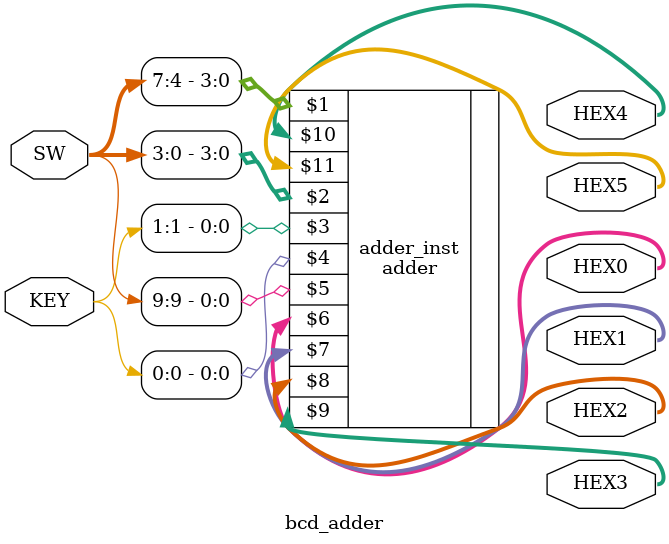
<source format=v>
module bcd_adder(
	KEY, SW,
	HEX0, HEX1, HEX2, HEX3, HEX4, HEX5
);

input[1:0] KEY;
input[9:0] SW;
output[7:0] HEX0;
output[7:0] HEX1;
output[7:0] HEX2;
output[7:0] HEX3;
output[7:0] HEX4;
output[7:0] HEX5;

adder adder_inst(
	SW[7:4], SW[3:0], KEY[1], KEY[0], SW[9],
	HEX0, HEX1, HEX2, HEX3, HEX4, HEX5
);

endmodule

</source>
